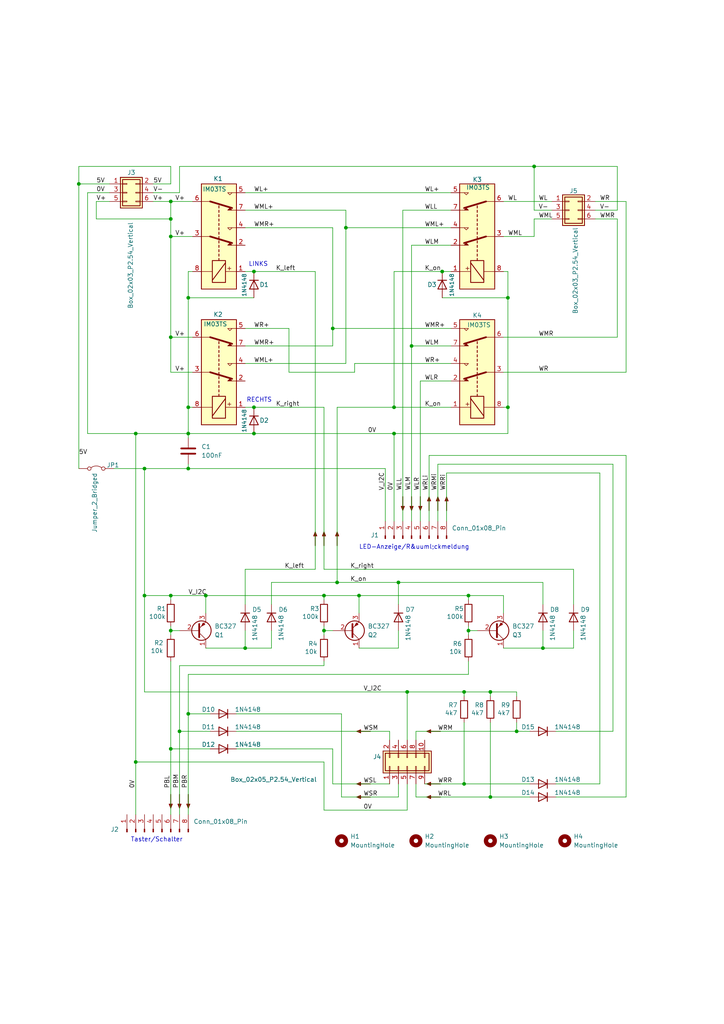
<source format=kicad_sch>
(kicad_sch (version 20231120) (generator "eeschema") (generator_version "8.0")
  (paper "A4" portrait)
  (title_block (date "2024-10-21"))
  (lib_symbols
    (symbol "Connector:Conn_01x08_Pin" (pin_names (offset 1.016) hide)
      (property "Reference" "J" (at 0 10.16 0))
      (property "Value" "Conn_01x08_Pin" (at 0 -12.7 0))
      (symbol "Conn_01x08_Pin_1_1"
        (polyline (pts (xy 1.27 -10.16) (xy 0.8636 -10.16)) (stroke (width 0.1524)))
        (polyline (pts (xy 1.27 -7.62) (xy 0.8636 -7.62)) (stroke (width 0.1524)))
        (polyline (pts (xy 1.27 -5.08) (xy 0.8636 -5.08)) (stroke (width 0.1524)))
        (polyline (pts (xy 1.27 -2.54) (xy 0.8636 -2.54)) (stroke (width 0.1524)))
        (polyline (pts (xy 1.27 0) (xy 0.8636 0)) (stroke (width 0.1524)))
        (polyline (pts (xy 1.27 2.54) (xy 0.8636 2.54)) (stroke (width 0.1524)))
        (polyline (pts (xy 1.27 5.08) (xy 0.8636 5.08)) (stroke (width 0.1524)))
        (polyline (pts (xy 1.27 7.62) (xy 0.8636 7.62)) (stroke (width 0.1524)))
        (rectangle (start 0.8636 -10.033) (end 0 -10.287) (stroke (width 0.1524)) (fill (type outline)))
        (rectangle (start 0.8636 -7.493) (end 0 -7.747) (stroke (width 0.1524)) (fill (type outline)))
        (rectangle (start 0.8636 -4.953) (end 0 -5.207) (stroke (width 0.1524)) (fill (type outline)))
        (rectangle (start 0.8636 -2.413) (end 0 -2.667) (stroke (width 0.1524)) (fill (type outline)))
        (rectangle (start 0.8636 0.127) (end 0 -0.127) (stroke (width 0.1524)) (fill (type outline)))
        (rectangle (start 0.8636 2.667) (end 0 2.413) (stroke (width 0.1524)) (fill (type outline)))
        (rectangle (start 0.8636 5.207) (end 0 4.953) (stroke (width 0.1524)) (fill (type outline)))
        (rectangle (start 0.8636 7.747) (end 0 7.493) (stroke (width 0.1524)) (fill (type outline)))
        (pin passive line (at 5.08 7.62 180) (length 3.81) (name "Pin_1") (number "1"))
        (pin passive line (at 5.08 5.08 180) (length 3.81) (name "Pin_2") (number "2"))
        (pin passive line (at 5.08 2.54 180) (length 3.81) (name "Pin_3") (number "3"))
        (pin passive line (at 5.08 0 180) (length 3.81) (name "Pin_4") (number "4"))
        (pin passive line (at 5.08 -2.54 180) (length 3.81) (name "Pin_5") (number "5"))
        (pin passive line (at 5.08 -5.08 180) (length 3.81) (name "Pin_6") (number "6"))
        (pin passive line (at 5.08 -7.62 180) (length 3.81) (name "Pin_7") (number "7"))
        (pin passive line (at 5.08 -10.16 180) (length 3.81) (name "Pin_8") (number "8"))
      )
    )
    (symbol "Device:C" (pin_numbers hide) (pin_names (offset 0.254))
      (property "Reference" "C" (at 0.635 2.54 0))
      (property "Value" "C" (at 0.635 -2.54 0))
      (symbol "C_0_1"
        (polyline (pts (xy -2.032 -0.762) (xy 2.032 -0.762)) (stroke (width 0.508)))
        (polyline (pts (xy -2.032 0.762) (xy 2.032 0.762)) (stroke (width 0.508)))
      )
      (symbol "C_1_1"
        (pin passive line (at 0 3.81 270) (length 2.794) (name "~") (number "1"))
        (pin passive line (at 0 -3.81 90) (length 2.794) (name "~") (number "2"))
      )
    )
    (symbol "Device:R" (pin_numbers hide) (pin_names (offset 0))
      (property "Reference" "R" (at 2.032 0 90))
      (property "Value" "R" (at 0 0 90))
      (symbol "R_0_1"
        (rectangle (start -1.016 -2.54) (end 1.016 2.54) (stroke (width 0.254)))
      )
      (symbol "R_1_1"
        (pin passive line (at 0 3.81 270) (length 1.27) (name "~") (number "1"))
        (pin passive line (at 0 -3.81 90) (length 1.27) (name "~") (number "2"))
      )
    )
    (symbol "Diode:1N4148" (pin_numbers hide) (pin_names hide)
      (property "Reference" "D" (at 0 2.54 0))
      (property "Value" "1N4148" (at 0 -2.54 0))
      (symbol "1N4148_0_1"
        (polyline (pts (xy -1.27 1.27) (xy -1.27 -1.27)) (stroke (width 0.254)))
        (polyline (pts (xy 1.27 0) (xy -1.27 0)))
        (polyline (pts (xy 1.27 1.27) (xy 1.27 -1.27) (xy -1.27 0) (xy 1.27 1.27)) (stroke (width 0.254)))
      )
      (symbol "1N4148_1_1"
        (pin passive line (at -3.81 0 0) (length 2.54) (name "K") (number "1"))
        (pin passive line (at 3.81 0 180) (length 2.54) (name "A") (number "2"))
      )
    )
    (symbol "Graphic:SYM_Arrow_Small" (in_bom no) (on_board no)
      (symbol "SYM_Arrow_Small_0_1"
        (polyline (pts (xy 1.524 0) (xy -2.032 0)) (stroke (width 0.254)))
        (polyline (pts (xy 2.032 0) (xy 0.762 -0.508) (xy 0.762 0.508) (xy 2.032 0)) (fill (type outline)))
      )
    )
    (symbol "Jumper:Jumper_2_Bridged" (pin_numbers hide) (pin_names (offset 0) hide) (exclude_from_sim yes)
      (property "Reference" "JP" (at 0 1.905 0))
      (property "Value" "Jumper_2_Bridged" (at 0 -2.54 0))
      (symbol "Jumper_2_Bridged_0_0"
        (circle (center -2.032 0) (radius 0.508))
        (circle (center 2.032 0) (radius 0.508))
      )
      (symbol "Jumper_2_Bridged_0_1"
        (arc (start 1.524 0.254) (mid 0 0.762) (end -1.524 0.254))
      )
      (symbol "Jumper_2_Bridged_1_1"
        (pin passive line (at -5.08 0 0) (length 2.54) (name "A") (number "1"))
        (pin passive line (at 5.08 0 180) (length 2.54) (name "B") (number "2"))
      )
    )
    (symbol "Relay:IM03"
      (property "Reference" "K" (at 16.51 3.81 0))
      (property "Value" "IM03" (at 16.51 1.27 0))
      (symbol "IM03_0_0"
        (text "+" (at -9.271 2.921 0) (effects (font (size 1.27 1.27))))
      )
      (symbol "IM03_0_1"
        (rectangle (start -15.24 5.08) (end 15.24 -5.08) (stroke (width 0.254)) (fill (type background)))
        (rectangle (start -13.335 1.905) (end -6.985 -1.905) (stroke (width 0.254)))
        (polyline (pts (xy -12.7 -1.905) (xy -7.62 1.905)) (stroke (width 0.254)))
        (polyline (pts (xy -10.16 -5.08) (xy -10.16 -1.905)))
        (polyline (pts (xy -10.16 5.08) (xy -10.16 1.905)))
        (polyline (pts (xy -6.985 0) (xy -6.35 0)) (stroke (width 0.254)))
        (polyline (pts (xy -5.715 0) (xy -5.08 0)) (stroke (width 0.254)))
        (polyline (pts (xy -4.445 0) (xy -3.81 0)) (stroke (width 0.254)))
        (polyline (pts (xy -3.175 0) (xy -2.54 0)) (stroke (width 0.254)))
        (polyline (pts (xy -1.905 0) (xy -1.27 0)) (stroke (width 0.254)))
        (polyline (pts (xy -0.635 0) (xy 0 0)) (stroke (width 0.254)))
        (polyline (pts (xy 0 -2.54) (xy -1.905 3.81)) (stroke (width 0.508)))
        (polyline (pts (xy 0 -2.54) (xy 0 -5.08)))
        (polyline (pts (xy 0.635 0) (xy 1.27 0)) (stroke (width 0.254)))
        (polyline (pts (xy 1.905 0) (xy 2.54 0)) (stroke (width 0.254)))
        (polyline (pts (xy 3.175 0) (xy 3.81 0)) (stroke (width 0.254)))
        (polyline (pts (xy 4.445 0) (xy 5.08 0)) (stroke (width 0.254)))
        (polyline (pts (xy 5.715 0) (xy 6.35 0)) (stroke (width 0.254)))
        (polyline (pts (xy 6.985 0) (xy 7.62 0)) (stroke (width 0.254)))
        (polyline (pts (xy 8.255 0) (xy 8.89 0)) (stroke (width 0.254)))
        (polyline (pts (xy 10.16 -2.54) (xy 8.255 3.81)) (stroke (width 0.508)))
        (polyline (pts (xy 10.16 -2.54) (xy 10.16 -5.08)))
        (polyline (pts (xy -2.54 5.08) (xy -2.54 2.54) (xy -1.905 3.175) (xy -2.54 3.81)) (fill (type outline)))
        (polyline (pts (xy 2.54 5.08) (xy 2.54 2.54) (xy 1.905 3.175) (xy 2.54 3.81)))
        (polyline (pts (xy 7.62 5.08) (xy 7.62 2.54) (xy 8.255 3.175) (xy 7.62 3.81)) (fill (type outline)))
        (polyline (pts (xy 12.7 5.08) (xy 12.7 2.54) (xy 12.065 3.175) (xy 12.7 3.81)))
      )
      (symbol "IM03_1_1"
        (pin passive line (at -10.16 7.62 270) (length 2.54) (name "~") (number "1"))
        (pin passive line (at -2.54 7.62 270) (length 2.54) (name "~") (number "2"))
        (pin passive line (at 0 -7.62 90) (length 2.54) (name "~") (number "3"))
        (pin passive line (at 2.54 7.62 270) (length 2.54) (name "~") (number "4"))
        (pin passive line (at 12.7 7.62 270) (length 2.54) (name "~") (number "5"))
        (pin passive line (at 10.16 -7.62 90) (length 2.54) (name "~") (number "6"))
        (pin passive line (at 7.62 7.62 270) (length 2.54) (name "~") (number "7"))
        (pin passive line (at -10.16 -7.62 90) (length 2.54) (name "~") (number "8"))
      )
    )
    (symbol "Transistor_BJT:BC327" (pin_names (offset 0) hide)
      (property "Reference" "Q" (at 5.08 1.905 0))
      (property "Value" "BC327" (at 5.08 0 0))
      (symbol "BC327_0_1"
        (polyline (pts (xy 0.635 0.635) (xy 2.54 2.54)))
        (polyline (pts (xy 0.635 -0.635) (xy 2.54 -2.54) (xy 2.54 -2.54)))
        (polyline (pts (xy 0.635 1.905) (xy 0.635 -1.905) (xy 0.635 -1.905)) (stroke (width 0.508)))
        (polyline (pts (xy 2.286 -1.778) (xy 1.778 -2.286) (xy 1.27 -1.27) (xy 2.286 -1.778) (xy 2.286 -1.778)) (fill (type outline)))
        (circle (center 1.27 0) (radius 2.8194) (stroke (width 0.254)))
      )
      (symbol "BC327_1_1"
        (pin passive line (at 2.54 5.08 270) (length 2.54) (name "C") (number "1"))
        (pin input line (at -5.08 0 0) (length 5.715) (name "B") (number "2"))
        (pin passive line (at 2.54 -5.08 90) (length 2.54) (name "E") (number "3"))
      )
    )
    (symbol "_kh_library:Box_02x03_P2.54_Vertical" (pin_names (offset 1.016) hide)
      (property "Reference" "J" (at 1.27 5.588 0))
      (property "Value" "Box_02x03_P2.54_Vertical" (at 1.27 -6.35 0))
      (symbol "Box_02x03_P2.54_Vertical_1_1"
        (rectangle (start -1.905 4.445) (end 4.445 -4.445) (stroke (width 0.254)) (fill (type background)))
        (rectangle (start -1.27 -2.413) (end 0 -2.667) (stroke (width 0.1524)))
        (rectangle (start -1.27 0.127) (end 0 -0.127) (stroke (width 0.1524)))
        (rectangle (start -1.27 2.667) (end 0 2.413) (stroke (width 0.1524)))
        (rectangle (start -1.27 3.81) (end 3.81 -3.81) (stroke (width 0.254)) (fill (type background)))
        (rectangle (start 3.81 -2.413) (end 2.54 -2.667) (stroke (width 0.1524)))
        (rectangle (start 3.81 0.127) (end 2.54 -0.127) (stroke (width 0.1524)))
        (rectangle (start 3.81 2.667) (end 2.54 2.413) (stroke (width 0.1524)))
        (pin passive line (at -5.08 2.54 0) (length 3.81) (name "Pin_1") (number "1"))
        (pin passive line (at 7.62 2.54 180) (length 3.81) (name "Pin_2") (number "2"))
        (pin passive line (at -5.08 0 0) (length 3.81) (name "Pin_3") (number "3"))
        (pin passive line (at 7.62 0 180) (length 3.81) (name "Pin_4") (number "4"))
        (pin passive line (at -5.08 -2.54 0) (length 3.81) (name "Pin_5") (number "5"))
        (pin passive line (at 7.62 -2.54 180) (length 3.81) (name "Pin_6") (number "6"))
      )
    )
    (symbol "_kh_library:Box_02x05_P2.54_Vertical" (pin_names (offset 1.016) hide)
      (property "Reference" "J" (at 1.27 5.588 0))
      (property "Value" "Box_02x05_P2.54_Vertical" (at 1.27 -11.176 0))
      (symbol "Box_02x05_P2.54_Vertical_1_1"
        (rectangle (start -1.905 4.445) (end 4.445 -9.525) (stroke (width 0.254)) (fill (type background)))
        (rectangle (start -1.27 -7.493) (end 0 -7.747) (stroke (width 0.1524)))
        (rectangle (start -1.27 -4.953) (end 0 -5.207) (stroke (width 0.1524)))
        (rectangle (start -1.27 -2.413) (end 0 -2.667) (stroke (width 0.1524)))
        (rectangle (start -1.27 0.127) (end 0 -0.127) (stroke (width 0.1524)))
        (rectangle (start -1.27 2.667) (end 0 2.413) (stroke (width 0.1524)))
        (rectangle (start -1.27 3.81) (end 3.81 -8.89) (stroke (width 0.254)) (fill (type background)))
        (rectangle (start 2.54 -7.493) (end 3.81 -7.747) (stroke (width 0.1524)))
        (rectangle (start 2.54 -4.953) (end 3.81 -5.207) (stroke (width 0.1524)))
        (rectangle (start 2.54 -2.413) (end 3.81 -2.667) (stroke (width 0.1524)))
        (rectangle (start 3.81 0.127) (end 2.54 -0.127) (stroke (width 0.1524)))
        (rectangle (start 3.81 2.667) (end 2.54 2.413) (stroke (width 0.1524)))
        (pin passive line (at -5.08 2.54 0) (length 3.81) (name "Pin_1") (number "1"))
        (pin passive line (at 7.62 -7.62 180) (length 3.81) (name "Pin_10") (number "10"))
        (pin passive line (at 7.62 2.54 180) (length 3.81) (name "Pin_2") (number "2"))
        (pin passive line (at -5.08 0 0) (length 3.81) (name "Pin_3") (number "3"))
        (pin passive line (at 7.62 0 180) (length 3.81) (name "Pin_4") (number "4"))
        (pin passive line (at -5.08 -2.54 0) (length 3.81) (name "Pin_5") (number "5"))
        (pin passive line (at 7.62 -2.54 180) (length 3.81) (name "Pin_6") (number "6"))
        (pin passive line (at -5.08 -5.08 0) (length 3.81) (name "Pin_7") (number "7"))
        (pin passive line (at 7.62 -5.08 180) (length 3.81) (name "Pin_8") (number "8"))
        (pin passive line (at -5.08 -7.62 0) (length 3.81) (name "Pin_9") (number "9"))
      )
    )
    (symbol "_kh_library:MountingHole" (pin_names (offset 1.016)) (exclude_from_sim yes) (in_bom no)
      (property "Reference" "H" (at 0 5.08 0))
      (property "Value" "MountingHole" (at 0 3.175 0))
      (symbol "MountingHole_0_1"
        (circle (center 0 0) (radius 1.27) (stroke (width 1.27)))
      )
    )
  )
  (junction (at 142.24 200.66))
  (junction (at 157.48 187.96))
  (junction (at 49.53 182.88))
  (junction (at 52.07 212.09))
  (junction (at 114.3 118.11))
  (junction (at 96.52 95.25))
  (junction (at 128.27 78.74))
  (junction (at 73.66 78.74))
  (junction (at 49.53 172.72))
  (junction (at 100.33 66.04))
  (junction (at 93.98 182.88))
  (junction (at 39.37 125.73))
  (junction (at 49.53 63.5))
  (junction (at 97.79 168.91))
  (junction (at 54.61 86.36))
  (junction (at 49.53 217.17))
  (junction (at 134.62 200.66))
  (junction (at 142.24 231.14))
  (junction (at 71.12 187.96))
  (junction (at 115.57 168.91))
  (junction (at 147.32 86.36))
  (junction (at 54.61 135.89))
  (junction (at 118.11 200.66))
  (junction (at 149.86 212.09))
  (junction (at 147.32 118.11))
  (junction (at 39.37 220.98))
  (junction (at 114.3 125.73))
  (junction (at 59.69 172.72))
  (junction (at 93.98 172.72))
  (junction (at 154.94 48.26))
  (junction (at 49.53 97.79))
  (junction (at 135.89 172.72))
  (junction (at 119.38 100.33))
  (junction (at 49.53 68.58))
  (junction (at 134.62 227.33))
  (junction (at 73.66 118.11))
  (junction (at 135.89 182.88))
  (junction (at 104.14 172.72))
  (junction (at 49.53 58.42))
  (junction (at 54.61 125.73))
  (junction (at 54.61 118.11))
  (junction (at 41.91 135.89))
  (junction (at 54.61 207.01))
  (junction (at 22.86 53.34))
  (junction (at 41.91 172.72))
  (junction (at 73.66 125.73))
  (wire (pts (xy 161.29 231.14) (xy 181.61 231.14)))
  (wire (pts (xy 54.61 78.74) (xy 55.88 78.74)))
  (wire (pts (xy 71.12 55.88) (xy 130.81 55.88)))
  (wire (pts (xy 71.12 175.26) (xy 71.12 165.1)))
  (wire (pts (xy 91.44 78.74) (xy 73.66 78.74)))
  (wire (pts (xy 100.33 66.04) (xy 130.81 66.04)))
  (wire (pts (xy 44.45 58.42) (xy 49.53 58.42)))
  (wire (pts (xy 104.14 187.96) (xy 115.57 187.96)))
  (wire (pts (xy 104.14 172.72) (xy 104.14 177.8)))
  (wire (pts (xy 54.61 207.01) (xy 60.96 207.01)))
  (wire (pts (xy 25.4 55.88) (xy 25.4 125.73)))
  (wire (pts (xy 71.12 100.33) (xy 96.52 100.33)))
  (wire (pts (xy 149.86 200.66) (xy 142.24 200.66)))
  (wire (pts (xy 115.57 231.14) (xy 99.06 231.14)))
  (wire (pts (xy 127 134.62) (xy 177.8 134.62)))
  (wire (pts (xy 102.87 107.95) (xy 102.87 105.41)))
  (wire (pts (xy 154.94 60.96) (xy 160.02 60.96)))
  (wire (pts (xy 78.74 168.91) (xy 97.79 168.91)))
  (wire (pts (xy 149.86 212.09) (xy 153.67 212.09)))
  (wire (pts (xy 41.91 172.72) (xy 49.53 172.72)))
  (wire (pts (xy 135.89 181.61) (xy 135.89 182.88)))
  (wire (pts (xy 120.65 231.14) (xy 120.65 227.33)))
  (wire (pts (xy 129.54 137.16) (xy 129.54 151.13)))
  (wire (pts (xy 123.19 227.33) (xy 134.62 227.33)))
  (wire (pts (xy 119.38 71.12) (xy 119.38 100.33)))
  (wire (pts (xy 83.82 107.95) (xy 102.87 107.95)))
  (wire (pts (xy 52.07 212.09) (xy 52.07 236.22)))
  (wire (pts (xy 49.53 63.5) (xy 49.53 68.58)))
  (wire (pts (xy 115.57 227.33) (xy 115.57 231.14)))
  (wire (pts (xy 99.06 231.14) (xy 99.06 207.01)))
  (wire (pts (xy 120.65 212.09) (xy 149.86 212.09)))
  (wire (pts (xy 39.37 236.22) (xy 39.37 220.98)))
  (wire (pts (xy 68.58 217.17) (xy 96.52 217.17)))
  (wire (pts (xy 71.12 182.88) (xy 71.12 187.96)))
  (wire (pts (xy 59.69 187.96) (xy 71.12 187.96)))
  (wire (pts (xy 49.53 97.79) (xy 49.53 107.95)))
  (wire (pts (xy 118.11 234.95) (xy 118.11 227.33)))
  (wire (pts (xy 25.4 55.88) (xy 31.75 55.88)))
  (wire (pts (xy 96.52 95.25) (xy 130.81 95.25)))
  (wire (pts (xy 49.53 48.26) (xy 22.86 48.26)))
  (wire (pts (xy 27.94 58.42) (xy 27.94 63.5)))
  (wire (pts (xy 173.99 137.16) (xy 173.99 227.33)))
  (wire (pts (xy 22.86 53.34) (xy 22.86 135.89)))
  (wire (pts (xy 71.12 60.96) (xy 100.33 60.96)))
  (wire (pts (xy 59.69 172.72) (xy 59.69 177.8)))
  (wire (pts (xy 68.58 212.09) (xy 113.03 212.09)))
  (wire (pts (xy 93.98 234.95) (xy 118.11 234.95)))
  (wire (pts (xy 49.53 107.95) (xy 55.88 107.95)))
  (wire (pts (xy 128.27 86.36) (xy 147.32 86.36)))
  (wire (pts (xy 115.57 182.88) (xy 115.57 187.96)))
  (wire (pts (xy 135.89 191.77) (xy 135.89 195.58)))
  (wire (pts (xy 49.53 58.42) (xy 55.88 58.42)))
  (wire (pts (xy 157.48 168.91) (xy 115.57 168.91)))
  (wire (pts (xy 100.33 105.41) (xy 71.12 105.41)))
  (wire (pts (xy 39.37 125.73) (xy 39.37 220.98)))
  (wire (pts (xy 52.07 212.09) (xy 60.96 212.09)))
  (wire (pts (xy 71.12 95.25) (xy 83.82 95.25)))
  (wire (pts (xy 116.84 60.96) (xy 116.84 151.13)))
  (wire (pts (xy 124.46 132.08) (xy 124.46 151.13)))
  (wire (pts (xy 27.94 63.5) (xy 49.53 63.5)))
  (wire (pts (xy 52.07 193.04) (xy 93.98 193.04)))
  (wire (pts (xy 100.33 66.04) (xy 100.33 105.41)))
  (wire (pts (xy 71.12 66.04) (xy 96.52 66.04)))
  (wire (pts (xy 181.61 132.08) (xy 181.61 231.14)))
  (wire (pts (xy 179.07 48.26) (xy 179.07 60.96)))
  (wire (pts (xy 146.05 107.95) (xy 181.61 107.95)))
  (wire (pts (xy 93.98 182.88) (xy 93.98 184.15)))
  (wire (pts (xy 172.72 60.96) (xy 179.07 60.96)))
  (wire (pts (xy 60.96 217.17) (xy 49.53 217.17)))
  (wire (pts (xy 142.24 200.66) (xy 134.62 200.66)))
  (wire (pts (xy 27.94 58.42) (xy 31.75 58.42)))
  (wire (pts (xy 41.91 135.89) (xy 54.61 135.89)))
  (wire (pts (xy 54.61 86.36) (xy 54.61 118.11)))
  (wire (pts (xy 166.37 187.96) (xy 166.37 182.88)))
  (wire (pts (xy 93.98 165.1) (xy 166.37 165.1)))
  (wire (pts (xy 135.89 182.88) (xy 138.43 182.88)))
  (wire (pts (xy 73.66 86.36) (xy 54.61 86.36)))
  (wire (pts (xy 118.11 200.66) (xy 118.11 214.63)))
  (wire (pts (xy 93.98 220.98) (xy 93.98 234.95)))
  (wire (pts (xy 119.38 71.12) (xy 130.81 71.12)))
  (wire (pts (xy 93.98 172.72) (xy 104.14 172.72)))
  (wire (pts (xy 135.89 182.88) (xy 135.89 184.15)))
  (wire (pts (xy 96.52 66.04) (xy 96.52 95.25)))
  (wire (pts (xy 157.48 187.96) (xy 166.37 187.96)))
  (wire (pts (xy 93.98 182.88) (xy 96.52 182.88)))
  (wire (pts (xy 49.53 172.72) (xy 49.53 173.99)))
  (wire (pts (xy 96.52 227.33) (xy 113.03 227.33)))
  (wire (pts (xy 157.48 175.26) (xy 157.48 168.91)))
  (wire (pts (xy 54.61 127) (xy 54.61 125.73)))
  (wire (pts (xy 93.98 181.61) (xy 93.98 182.88)))
  (wire (pts (xy 41.91 200.66) (xy 118.11 200.66)))
  (wire (pts (xy 154.94 48.26) (xy 179.07 48.26)))
  (wire (pts (xy 128.27 78.74) (xy 114.3 78.74)))
  (wire (pts (xy 97.79 118.11) (xy 114.3 118.11)))
  (wire (pts (xy 73.66 118.11) (xy 93.98 118.11)))
  (wire (pts (xy 166.37 175.26) (xy 166.37 165.1)))
  (wire (pts (xy 146.05 172.72) (xy 146.05 177.8)))
  (wire (pts (xy 146.05 97.79) (xy 179.07 97.79)))
  (wire (pts (xy 111.76 135.89) (xy 111.76 151.13)))
  (wire (pts (xy 97.79 118.11) (xy 97.79 168.91)))
  (wire (pts (xy 114.3 78.74) (xy 114.3 118.11)))
  (wire (pts (xy 44.45 55.88) (xy 52.07 55.88)))
  (wire (pts (xy 147.32 78.74) (xy 146.05 78.74)))
  (wire (pts (xy 39.37 220.98) (xy 93.98 220.98)))
  (wire (pts (xy 49.53 191.77) (xy 49.53 217.17)))
  (wire (pts (xy 154.94 48.26) (xy 154.94 60.96)))
  (wire (pts (xy 161.29 212.09) (xy 177.8 212.09)))
  (wire (pts (xy 177.8 134.62) (xy 177.8 212.09)))
  (wire (pts (xy 71.12 165.1) (xy 91.44 165.1)))
  (wire (pts (xy 54.61 125.73) (xy 73.66 125.73)))
  (wire (pts (xy 54.61 195.58) (xy 54.61 207.01)))
  (wire (pts (xy 96.52 100.33) (xy 96.52 95.25)))
  (wire (pts (xy 157.48 182.88) (xy 157.48 187.96)))
  (wire (pts (xy 135.89 172.72) (xy 104.14 172.72)))
  (wire (pts (xy 73.66 125.73) (xy 114.3 125.73)))
  (wire (pts (xy 179.07 63.5) (xy 179.07 97.79)))
  (wire (pts (xy 161.29 227.33) (xy 173.99 227.33)))
  (wire (pts (xy 142.24 231.14) (xy 153.67 231.14)))
  (wire (pts (xy 119.38 100.33) (xy 130.81 100.33)))
  (wire (pts (xy 49.53 97.79) (xy 55.88 97.79)))
  (wire (pts (xy 54.61 118.11) (xy 55.88 118.11)))
  (wire (pts (xy 129.54 137.16) (xy 173.99 137.16)))
  (wire (pts (xy 116.84 60.96) (xy 130.81 60.96)))
  (wire (pts (xy 54.61 135.89) (xy 111.76 135.89)))
  (wire (pts (xy 124.46 132.08) (xy 181.61 132.08)))
  (wire (pts (xy 149.86 209.55) (xy 149.86 212.09)))
  (wire (pts (xy 135.89 172.72) (xy 146.05 172.72)))
  (wire (pts (xy 68.58 207.01) (xy 99.06 207.01)))
  (wire (pts (xy 93.98 118.11) (xy 93.98 165.1)))
  (wire (pts (xy 93.98 172.72) (xy 59.69 172.72)))
  (wire (pts (xy 93.98 172.72) (xy 93.98 173.99)))
  (wire (pts (xy 49.53 58.42) (xy 49.53 63.5)))
  (wire (pts (xy 160.02 63.5) (xy 154.94 63.5)))
  (wire (pts (xy 78.74 175.26) (xy 78.74 168.91)))
  (wire (pts (xy 142.24 209.55) (xy 142.24 231.14)))
  (wire (pts (xy 49.53 181.61) (xy 49.53 182.88)))
  (wire (pts (xy 71.12 187.96) (xy 78.74 187.96)))
  (wire (pts (xy 147.32 118.11) (xy 146.05 118.11)))
  (wire (pts (xy 130.81 110.49) (xy 121.92 110.49)))
  (wire (pts (xy 172.72 63.5) (xy 179.07 63.5)))
  (wire (pts (xy 120.65 212.09) (xy 120.65 214.63)))
  (wire (pts (xy 120.65 231.14) (xy 142.24 231.14)))
  (wire (pts (xy 114.3 125.73) (xy 147.32 125.73)))
  (wire (pts (xy 52.07 193.04) (xy 52.07 212.09)))
  (wire (pts (xy 134.62 227.33) (xy 153.67 227.33)))
  (wire (pts (xy 49.53 182.88) (xy 52.07 182.88)))
  (wire (pts (xy 49.53 68.58) (xy 55.88 68.58)))
  (wire (pts (xy 73.66 118.11) (xy 71.12 118.11)))
  (wire (pts (xy 114.3 118.11) (xy 130.81 118.11)))
  (wire (pts (xy 100.33 60.96) (xy 100.33 66.04)))
  (wire (pts (xy 52.07 48.26) (xy 52.07 55.88)))
  (wire (pts (xy 54.61 125.73) (xy 54.61 118.11)))
  (wire (pts (xy 96.52 217.17) (xy 96.52 227.33)))
  (wire (pts (xy 113.03 212.09) (xy 113.03 214.63)))
  (wire (pts (xy 22.86 53.34) (xy 31.75 53.34)))
  (wire (pts (xy 146.05 68.58) (xy 154.94 68.58)))
  (wire (pts (xy 128.27 78.74) (xy 130.81 78.74)))
  (wire (pts (xy 78.74 187.96) (xy 78.74 182.88)))
  (wire (pts (xy 49.53 53.34) (xy 49.53 48.26)))
  (wire (pts (xy 22.86 48.26) (xy 22.86 53.34)))
  (wire (pts (xy 127 134.62) (xy 127 151.13)))
  (wire (pts (xy 49.53 182.88) (xy 49.53 184.15)))
  (wire (pts (xy 135.89 172.72) (xy 135.89 173.99)))
  (wire (pts (xy 134.62 209.55) (xy 134.62 227.33)))
  (wire (pts (xy 39.37 125.73) (xy 54.61 125.73)))
  (wire (pts (xy 25.4 125.73) (xy 39.37 125.73)))
  (wire (pts (xy 181.61 58.42) (xy 181.61 107.95)))
  (wire (pts (xy 172.72 58.42) (xy 181.61 58.42)))
  (wire (pts (xy 73.66 78.74) (xy 71.12 78.74)))
  (wire (pts (xy 102.87 105.41) (xy 130.81 105.41)))
  (wire (pts (xy 54.61 207.01) (xy 54.61 236.22)))
  (wire (pts (xy 49.53 217.17) (xy 49.53 236.22)))
  (wire (pts (xy 41.91 172.72) (xy 41.91 200.66)))
  (wire (pts (xy 114.3 125.73) (xy 114.3 151.13)))
  (wire (pts (xy 93.98 193.04) (xy 93.98 191.77)))
  (wire (pts (xy 146.05 58.42) (xy 160.02 58.42)))
  (wire (pts (xy 147.32 86.36) (xy 147.32 78.74)))
  (wire (pts (xy 44.45 53.34) (xy 49.53 53.34)))
  (wire (pts (xy 134.62 200.66) (xy 134.62 201.93)))
  (wire (pts (xy 149.86 201.93) (xy 149.86 200.66)))
  (wire (pts (xy 154.94 48.26) (xy 52.07 48.26)))
  (wire (pts (xy 121.92 110.49) (xy 121.92 151.13)))
  (wire (pts (xy 97.79 168.91) (xy 115.57 168.91)))
  (wire (pts (xy 142.24 200.66) (xy 142.24 201.93)))
  (wire (pts (xy 83.82 95.25) (xy 83.82 107.95)))
  (wire (pts (xy 147.32 86.36) (xy 147.32 118.11)))
  (wire (pts (xy 41.91 135.89) (xy 41.91 172.72)))
  (wire (pts (xy 135.89 195.58) (xy 54.61 195.58)))
  (wire (pts (xy 33.02 135.89) (xy 41.91 135.89)))
  (wire (pts (xy 115.57 168.91) (xy 115.57 175.26)))
  (wire (pts (xy 154.94 63.5) (xy 154.94 68.58)))
  (wire (pts (xy 119.38 100.33) (xy 119.38 151.13)))
  (wire (pts (xy 91.44 78.74) (xy 91.44 165.1)))
  (wire (pts (xy 49.53 68.58) (xy 49.53 97.79)))
  (wire (pts (xy 118.11 200.66) (xy 134.62 200.66)))
  (wire (pts (xy 54.61 86.36) (xy 54.61 78.74)))
  (wire (pts (xy 54.61 134.62) (xy 54.61 135.89)))
  (wire (pts (xy 49.53 172.72) (xy 59.69 172.72)))
  (wire (pts (xy 146.05 187.96) (xy 157.48 187.96)))
  (wire (pts (xy 147.32 125.73) (xy 147.32 118.11)))
  (text "LINKS" (at 74.93 76.708 0) (effects (font (size 1.27 1.27))))
  (text "RECHTS" (at 75.184 116.078 0) (effects (font (size 1.27 1.27))))
  (text "Taster/Schalter" (at 45.466 243.586 0) (effects (font (size 1.27 1.27))))
  (text "LED-Anzeige/R&uuml;ckmeldung" (at 120.142 158.75 0) (effects (font (size 1.27 1.27))))
  (label "WLL" (at 123.19 60.96 0))
  (label "0V" (at 27.94 55.88 0))
  (label "WMR+" (at 73.66 66.04 0))
  (label "V+" (at 50.8 68.58 0))
  (label "WRL" (at 127 231.14 0))
  (label "K_on" (at 123.19 118.11 0))
  (label "V_I2C" (at 111.76 142.24 90))
  (label "PBL" (at 49.53 228.6 90))
  (label "0V" (at 39.37 228.6 90))
  (label "WLR" (at 123.19 110.49 0))
  (label "PBM" (at 52.07 228.6 90))
  (label "WMR" (at 173.99 63.5 0))
  (label "0V" (at 114.3 142.24 90))
  (label "WR" (at 173.99 58.42 0))
  (label "WMR+" (at 73.66 100.33 0))
  (label "K_right" (at 101.6 165.1 0))
  (label "WML" (at 156.21 63.5 0))
  (label "V+" (at 50.8 97.79 0))
  (label "WRM" (at 127 212.09 0))
  (label "V+" (at 50.8 58.42 0))
  (label "WML" (at 147.32 68.58 0))
  (label "WLL" (at 116.84 142.24 90))
  (label "5V" (at 22.86 132.08 0))
  (label "WSM" (at 105.41 212.09 0))
  (label "0V" (at 105.41 234.95 0))
  (label "K_on" (at 123.19 78.74 0))
  (label "WL" (at 147.32 58.42 0))
  (label "5V" (at 27.94 53.34 0))
  (label "V-" (at 173.99 60.96 0))
  (label "WL+" (at 123.19 55.88 0))
  (label "V_I2C" (at 105.41 200.66 0))
  (label "K_left" (at 82.55 165.1 0))
  (label "WML+" (at 123.19 66.04 0))
  (label "WL+" (at 73.66 55.88 0))
  (label "K_left" (at 80.01 78.74 0))
  (label "WL" (at 156.21 58.42 0))
  (label "V-" (at 156.21 60.96 0))
  (label "WLR" (at 121.92 142.24 90))
  (label "WSL" (at 105.41 227.33 0))
  (label "K_right" (at 80.01 118.11 0))
  (label "WR+" (at 73.66 95.25 0))
  (label "V+" (at 44.45 58.42 0))
  (label "0V" (at 106.68 125.73 0))
  (label "WR" (at 156.21 107.95 0))
  (label "WSR" (at 105.41 231.14 0))
  (label "5V" (at 44.45 53.34 0))
  (label "WMR" (at 156.21 97.79 0))
  (label "PBR" (at 54.61 228.6 90))
  (label "WML+" (at 73.66 105.41 0))
  (label "WRMi" (at 127 142.24 90))
  (label "V_I2C" (at 54.61 172.72 0))
  (label "V-" (at 44.45 55.88 0))
  (label "WMR+" (at 123.19 95.25 0))
  (label "WRR" (at 127 227.33 0))
  (label "WR+" (at 123.19 105.41 0))
  (label "WLM" (at 123.19 100.33 0))
  (label "WRLi" (at 124.46 142.24 90))
  (label "WRRi" (at 129.54 142.24 90))
  (label "V+" (at 27.94 58.42 0))
  (label "K_on" (at 101.6 168.91 0))
  (label "WML+" (at 73.66 60.96 0))
  (label "WLM" (at 119.38 142.24 90))
  (label "WLM" (at 123.19 71.12 0))
  (label "V+" (at 50.8 107.95 0))
  (symbol (lib_id "Device:C") (at 54.61 130.81 0) (unit 1)
    (property "Reference" "C1" (at 58.42 129.5399 0) (effects (justify left)))
    (property "Value" "100nF" (at 58.42 132.0799 0) (effects (justify left)))
    (property "Footprint" "_kh_library:C_Rect_L7.0mm_W2.0mm_P5.00mm_kh" (effects (hide yes)))
    (property "Description" "Unpolarized capacitor" (effects (hide yes)))
  )
  (symbol (lib_id "_kh_library:MountingHole") (at 142.24 243.84 0) (unit 1) (exclude_from_sim yes) (in_bom no)
    (property "Reference" "H3" (at 144.78 242.5699 0) (effects (justify left)))
    (property "Value" "MountingHole" (at 144.78 245.1099 0) (effects (justify left)))
    (property "Footprint" "_kh_library:MountingHole_2.2mm_M2_Pad_TopBottom_kh" (effects (hide yes)))
    (property "Description" "Mounting Hole without connection" (effects (hide yes)))
  )
  (symbol (lib_id "Device:R") (at 135.89 177.8 0) (unit 1)
    (property "Reference" "R5" (at 131.826 176.53 0) (effects (justify left)))
    (property "Value" "100k" (at 129.54 178.816 0) (effects (justify left)))
    (property "Footprint" "Resistor_THT:R_Axial_DIN0204_L3.6mm_D1.6mm_P2.54mm_Vertical" (effects (hide yes)))
  )
  (symbol (lib_id "Graphic:SYM_Arrow_Small") (at 52.07 232.41 270) (unit 1) (exclude_from_sim yes) (in_bom no) (on_board no)
    (property "Reference" "#SYM14" (effects (hide yes)))
    (property "Value" "SYM_Arrow_Small" (effects (hide yes)))
    (property "Description" "Filled arrow, 160mil" (effects (hide yes)))
  )
  (symbol (lib_id "Graphic:SYM_Arrow_Small") (at 49.53 232.41 270) (unit 1) (exclude_from_sim yes) (in_bom no) (on_board no)
    (property "Reference" "#SYM13" (effects (hide yes)))
    (property "Value" "SYM_Arrow_Small" (effects (hide yes)))
    (property "Description" "Filled arrow, 160mil" (effects (hide yes)))
  )
  (symbol (lib_id "Diode:1N4148") (at 78.74 179.07 270) (unit 1)
    (property "Reference" "D6" (at 80.772 176.784 90) (effects (justify left)))
    (property "Value" "1N4148" (at 81.534 178.308 0) (effects (justify left)))
    (property "Footprint" "_kh_library:D_DO-35_SOD27_P2.54mm_Vertical_AnodeUp_kh" (effects (hide yes)))
    (property "Datasheet" "https://assets.nexperia.com/documents/data-sheet/1N4148_1N4448.pdf" (effects (hide yes)))
    (property "Description" "100V 0.15A standard switching diode, DO-35" (effects (hide yes)))
    (property "Sim.Device" "D" (effects (hide yes)))
    (property "Sim.Pins" "1=K 2=A" (effects (hide yes)))
  )
  (symbol (lib_id "Diode:1N4148") (at 71.12 179.07 270) (unit 1)
    (property "Reference" "D5" (at 73.152 176.784 90) (effects (justify left)))
    (property "Value" "1N4148" (at 73.914 178.308 0) (effects (justify left)))
    (property "Footprint" "_kh_library:D_DO-35_SOD27_P2.54mm_Vertical_AnodeUp_kh" (effects (hide yes)))
    (property "Datasheet" "https://assets.nexperia.com/documents/data-sheet/1N4148_1N4448.pdf" (effects (hide yes)))
    (property "Description" "100V 0.15A standard switching diode, DO-35" (effects (hide yes)))
    (property "Sim.Device" "D" (effects (hide yes)))
    (property "Sim.Pins" "1=K 2=A" (effects (hide yes)))
  )
  (symbol (lib_id "Transistor_BJT:BC327") (at 101.6 182.88 0) (mirror x) (unit 1)
    (property "Reference" "Q2" (at 106.68 184.1501 0) (effects (justify left)))
    (property "Value" "BC327" (at 106.68 181.6101 0) (effects (justify left)))
    (property "Footprint" "_kh_library:TO-92_Inline_Wide_custom" (effects (hide yes)))
    (property "Datasheet" "http://www.onsemi.com/pub_link/Collateral/BC327-D.PDF" (effects (hide yes)))
    (property "Description" "0.8A Ic, 45V Vce, PNP Transistor, TO-92" (effects (hide yes)))
  )
  (symbol (lib_id "_kh_library:Box_02x03_P2.54_Vertical") (at 165.1 60.96 0) (unit 1)
    (property "Reference" "J5" (at 166.37 55.372 0))
    (property "Value" "Box_02x03_P2.54_Vertical" (at 166.878 78.486 90))
    (property "Footprint" "_kh_library:Box_02x03_P2.54mm_Vertical_kh" (effects (hide yes)))
    (property "Description" "Box Header connector, double row, 02x03, odd/even pin numbering scheme" (effects (hide yes)))
  )
  (symbol (lib_id "Connector:Conn_01x08_Pin") (at 119.38 156.21 90) (unit 1)
    (property "Reference" "J1" (at 108.712 155.194 90))
    (property "Value" "Conn_01x08_Pin" (at 138.938 153.162 90))
    (property "Footprint" "_kh_library:PinHeader_1x08_P2.54mm_Vertical_kh" (effects (hide yes)))
    (property "Description" "Generic connector, single row, 01x08, script generated" (effects (hide yes)))
  )
  (symbol (lib_id "Graphic:SYM_Arrow_Small") (at 124.46 146.05 90) (unit 1) (exclude_from_sim yes) (in_bom no) (on_board no)
    (property "Reference" "#SYM4" (effects (hide yes)))
    (property "Value" "SYM_Arrow_Small" (effects (hide yes)))
    (property "Description" "Filled arrow, 160mil" (effects (hide yes)))
  )
  (symbol (lib_id "Transistor_BJT:BC327") (at 57.15 182.88 0) (mirror x) (unit 1)
    (property "Reference" "Q1" (at 62.23 184.1501 0) (effects (justify left)))
    (property "Value" "BC327" (at 62.23 181.6101 0) (effects (justify left)))
    (property "Footprint" "_kh_library:TO-92_Inline_Wide_custom" (effects (hide yes)))
    (property "Datasheet" "http://www.onsemi.com/pub_link/Collateral/BC327-D.PDF" (effects (hide yes)))
    (property "Description" "0.8A Ic, 45V Vce, PNP Transistor, TO-92" (effects (hide yes)))
  )
  (symbol (lib_id "Graphic:SYM_Arrow_Small") (at 119.38 146.05 270) (unit 1) (exclude_from_sim yes) (in_bom no) (on_board no)
    (property "Reference" "#SYM2" (effects (hide yes)))
    (property "Value" "SYM_Arrow_Small" (effects (hide yes)))
    (property "Description" "Filled arrow, 160mil" (effects (hide yes)))
  )
  (symbol (lib_id "Device:R") (at 142.24 205.74 0) (unit 1)
    (property "Reference" "R8" (at 137.668 204.47 0) (effects (justify left)))
    (property "Value" "4k7" (at 136.652 206.756 0) (effects (justify left)))
    (property "Footprint" "_kh_library:R_Axial_P1.778mm_Vertical_kh" (effects (hide yes)))
  )
  (symbol (lib_id "Diode:1N4148") (at 157.48 227.33 180) (unit 1)
    (property "Reference" "D13" (at 153.162 226.06 0))
    (property "Value" "1N4148" (at 164.592 226.06 0))
    (property "Footprint" "_kh_library:D_DO-35_P2.0mm_Vertical_AnodeUp_kh" (effects (hide yes)))
    (property "Datasheet" "https://assets.nexperia.com/documents/data-sheet/1N4148_1N4448.pdf" (effects (hide yes)))
    (property "Description" "100V 0.15A standard switching diode, DO-35" (effects (hide yes)))
    (property "Sim.Device" "D" (effects (hide yes)))
    (property "Sim.Pins" "1=K 2=A" (effects (hide yes)))
  )
  (symbol (lib_id "Graphic:SYM_Arrow_Small") (at 129.54 146.05 90) (unit 1) (exclude_from_sim yes) (in_bom no) (on_board no)
    (property "Reference" "#SYM6" (effects (hide yes)))
    (property "Value" "SYM_Arrow_Small" (effects (hide yes)))
    (property "Description" "Filled arrow, 160mil" (effects (hide yes)))
  )
  (symbol (lib_id "Diode:1N4148") (at 64.77 212.09 180) (unit 1)
    (property "Reference" "D11" (at 60.452 210.82 0))
    (property "Value" "1N4148" (at 71.882 210.82 0))
    (property "Footprint" "_kh_library:D_DO-35_P2.0mm_Vertical_AnodeUp_kh" (effects (hide yes)))
    (property "Datasheet" "https://assets.nexperia.com/documents/data-sheet/1N4148_1N4448.pdf" (effects (hide yes)))
    (property "Description" "100V 0.15A standard switching diode, DO-35" (effects (hide yes)))
    (property "Sim.Device" "D" (effects (hide yes)))
    (property "Sim.Pins" "1=K 2=A" (effects (hide yes)))
  )
  (symbol (lib_id "Device:R") (at 93.98 177.8 0) (unit 1)
    (property "Reference" "R3" (at 89.916 176.53 0) (effects (justify left)))
    (property "Value" "100k" (at 87.63 178.816 0) (effects (justify left)))
    (property "Footprint" "Resistor_THT:R_Axial_DIN0204_L3.6mm_D1.6mm_P2.54mm_Vertical" (effects (hide yes)))
  )
  (symbol (lib_id "Jumper:Jumper_2_Bridged") (at 27.94 135.89 0) (unit 1) (exclude_from_sim yes)
    (property "Reference" "JP1" (at 32.766 134.874 0))
    (property "Value" "Jumper_2_Bridged" (at 27.432 145.796 90))
    (property "Footprint" "Jumper:SolderJumper-2_P1.3mm_Bridged_Pad1.0x1.5mm" (effects (hide yes)))
    (property "Description" "Jumper, 2-pole, closed/bridged" (effects (hide yes)))
  )
  (symbol (lib_id "Graphic:SYM_Arrow_Small") (at 91.44 156.21 90) (unit 1) (exclude_from_sim yes) (in_bom no) (on_board no)
    (property "Reference" "#SYM16" (effects (hide yes)))
    (property "Value" "SYM_Arrow_Small" (effects (hide yes)))
    (property "Description" "Filled arrow, 160mil" (effects (hide yes)))
  )
  (symbol (lib_id "Device:R") (at 135.89 187.96 0) (unit 1)
    (property "Reference" "R6" (at 131.318 186.69 0) (effects (justify left)))
    (property "Value" "10k" (at 130.302 188.976 0) (effects (justify left)))
    (property "Footprint" "Resistor_THT:R_Axial_DIN0204_L3.6mm_D1.6mm_P2.54mm_Vertical" (effects (hide yes)))
  )
  (symbol (lib_id "_kh_library:MountingHole") (at 163.83 243.84 0) (unit 1) (exclude_from_sim yes) (in_bom no)
    (property "Reference" "H4" (at 166.37 242.5699 0) (effects (justify left)))
    (property "Value" "MountingHole" (at 166.37 245.1099 0) (effects (justify left)))
    (property "Footprint" "_kh_library:MountingHole_2.2mm_M2_Pad_TopBottom_kh" (effects (hide yes)))
    (property "Description" "Mounting Hole without connection" (effects (hide yes)))
  )
  (symbol (lib_id "Device:R") (at 149.86 205.74 0) (unit 1)
    (property "Reference" "R9" (at 145.288 204.47 0) (effects (justify left)))
    (property "Value" "4k7" (at 144.272 206.756 0) (effects (justify left)))
    (property "Footprint" "_kh_library:R_Axial_P1.778mm_Vertical_kh" (effects (hide yes)))
  )
  (symbol (lib_id "Diode:1N4148") (at 73.66 121.92 90) (mirror x) (unit 1)
    (property "Reference" "D2" (at 77.978 121.92 90) (effects (justify left)))
    (property "Value" "1N4148" (at 70.866 118.618 0) (effects (font (size 1.143 1.143)) (justify left)))
    (property "Footprint" "_kh_library:D_DO-35_SOD27_P2.54mm_Vertical_AnodeUp_kh" (effects (hide yes)))
    (property "Datasheet" "https://assets.nexperia.com/documents/data-sheet/1N4148_1N4448.pdf" (effects (hide yes)))
    (property "Description" "100V 0.15A standard switching diode, DO-35" (effects (hide yes)))
    (property "Sim.Device" "D" (effects (hide yes)))
    (property "Sim.Pins" "1=K 2=A" (effects (hide yes)))
  )
  (symbol (lib_id "Relay:IM03") (at 63.5 107.95 270) (mirror x) (unit 1)
    (property "Reference" "K2" (at 63.246 91.186 90))
    (property "Value" "IM03TS" (at 62.484 93.98 90))
    (property "Footprint" "_kh_library:Relay_DPDT_AXICOM_IMSeries_Pitch5.08mm_rect_Pins" (effects (hide yes)))
    (property "Datasheet" "http://www.te.com/commerce/DocumentDelivery/DDEController?Action=srchrtrv&DocNm=108-98001&DocType=SS&DocLang=EN" (effects (hide yes)))
    (property "Description" "IM Relay, standard version, monostable, switching current 2/5A, power 60W/62.5VA, voltage 220VDC/250VAC" (effects (hide yes)))
  )
  (symbol (lib_id "_kh_library:Box_02x03_P2.54_Vertical") (at 36.83 55.88 0) (unit 1)
    (property "Reference" "J3" (at 38.1 50.038 0))
    (property "Value" "Box_02x03_P2.54_Vertical" (at 37.846 76.962 90))
    (property "Footprint" "_kh_library:Box_02x03_P2.54mm_Vertical_kh" (effects (hide yes)))
    (property "Description" "Box Header connector, double row, 02x03, odd/even pin numbering scheme" (effects (hide yes)))
  )
  (symbol (lib_id "Transistor_BJT:BC327") (at 143.51 182.88 0) (mirror x) (unit 1)
    (property "Reference" "Q3" (at 148.59 184.1501 0) (effects (justify left)))
    (property "Value" "BC327" (at 148.59 181.6101 0) (effects (justify left)))
    (property "Footprint" "_kh_library:TO-92_Inline_Wide_custom" (effects (hide yes)))
    (property "Datasheet" "http://www.onsemi.com/pub_link/Collateral/BC327-D.PDF" (effects (hide yes)))
    (property "Description" "0.8A Ic, 45V Vce, PNP Transistor, TO-92" (effects (hide yes)))
  )
  (symbol (lib_id "Diode:1N4148") (at 128.27 82.55 270) (unit 1)
    (property "Reference" "D3" (at 123.952 82.55 90) (effects (justify left)))
    (property "Value" "1N4148" (at 131.064 79.248 0) (effects (font (size 1.143 1.143)) (justify left)))
    (property "Footprint" "_kh_library:D_DO-35_SOD27_P2.54mm_Vertical_AnodeUp_kh" (effects (hide yes)))
    (property "Datasheet" "https://assets.nexperia.com/documents/data-sheet/1N4148_1N4448.pdf" (effects (hide yes)))
    (property "Description" "100V 0.15A standard switching diode, DO-35" (effects (hide yes)))
    (property "Sim.Device" "D" (effects (hide yes)))
    (property "Sim.Pins" "1=K 2=A" (effects (hide yes)))
  )
  (symbol (lib_id "Diode:1N4148") (at 157.48 179.07 270) (unit 1)
    (property "Reference" "D8" (at 159.512 176.784 90) (effects (justify left)))
    (property "Value" "1N4148" (at 160.274 178.308 0) (effects (justify left)))
    (property "Footprint" "_kh_library:D_DO-35_SOD27_P2.54mm_Vertical_AnodeUp_kh" (effects (hide yes)))
    (property "Datasheet" "https://assets.nexperia.com/documents/data-sheet/1N4148_1N4448.pdf" (effects (hide yes)))
    (property "Description" "100V 0.15A standard switching diode, DO-35" (effects (hide yes)))
    (property "Sim.Device" "D" (effects (hide yes)))
    (property "Sim.Pins" "1=K 2=A" (effects (hide yes)))
  )
  (symbol (lib_id "Graphic:SYM_Arrow_Small") (at 54.61 232.41 270) (unit 1) (exclude_from_sim yes) (in_bom no) (on_board no)
    (property "Reference" "#SYM15" (effects (hide yes)))
    (property "Value" "SYM_Arrow_Small" (effects (hide yes)))
    (property "Description" "Filled arrow, 160mil" (effects (hide yes)))
  )
  (symbol (lib_id "Graphic:SYM_Arrow_Small") (at 105.41 212.09 180) (unit 1) (exclude_from_sim yes) (in_bom no) (on_board no)
    (property "Reference" "#SYM12" (effects (hide yes)))
    (property "Value" "SYM_Arrow_Small" (effects (hide yes)))
    (property "Description" "Filled arrow, 160mil" (effects (hide yes)))
  )
  (symbol (lib_id "Diode:1N4148") (at 64.77 217.17 180) (unit 1)
    (property "Reference" "D12" (at 60.452 215.9 0))
    (property "Value" "1N4148" (at 71.882 215.9 0))
    (property "Footprint" "_kh_library:D_DO-35_P2.0mm_Vertical_AnodeUp_kh" (effects (hide yes)))
    (property "Datasheet" "https://assets.nexperia.com/documents/data-sheet/1N4148_1N4448.pdf" (effects (hide yes)))
    (property "Description" "100V 0.15A standard switching diode, DO-35" (effects (hide yes)))
    (property "Sim.Device" "D" (effects (hide yes)))
    (property "Sim.Pins" "1=K 2=A" (effects (hide yes)))
  )
  (symbol (lib_id "Diode:1N4148") (at 166.37 179.07 270) (unit 1)
    (property "Reference" "D9" (at 168.402 176.784 90) (effects (justify left)))
    (property "Value" "1N4148" (at 169.164 178.308 0) (effects (justify left)))
    (property "Footprint" "_kh_library:D_DO-35_SOD27_P2.54mm_Vertical_AnodeUp_kh" (effects (hide yes)))
    (property "Datasheet" "https://assets.nexperia.com/documents/data-sheet/1N4148_1N4448.pdf" (effects (hide yes)))
    (property "Description" "100V 0.15A standard switching diode, DO-35" (effects (hide yes)))
    (property "Sim.Device" "D" (effects (hide yes)))
    (property "Sim.Pins" "1=K 2=A" (effects (hide yes)))
  )
  (symbol (lib_id "_kh_library:MountingHole") (at 120.65 243.84 0) (unit 1) (exclude_from_sim yes) (in_bom no)
    (property "Reference" "H2" (at 123.19 242.5699 0) (effects (justify left)))
    (property "Value" "MountingHole" (at 123.19 245.1099 0) (effects (justify left)))
    (property "Footprint" "_kh_library:MountingHole_2.2mm_M2_Pad_TopBottom_kh" (effects (hide yes)))
    (property "Description" "Mounting Hole without connection" (effects (hide yes)))
  )
  (symbol (lib_id "Device:R") (at 49.53 177.8 0) (unit 1)
    (property "Reference" "R1" (at 45.466 176.53 0) (effects (justify left)))
    (property "Value" "100k" (at 43.18 178.816 0) (effects (justify left)))
    (property "Footprint" "Resistor_THT:R_Axial_DIN0204_L3.6mm_D1.6mm_P2.54mm_Vertical" (effects (hide yes)))
  )
  (symbol (lib_id "Diode:1N4148") (at 64.77 207.01 180) (unit 1)
    (property "Reference" "D10" (at 60.452 205.74 0))
    (property "Value" "1N4148" (at 71.882 205.74 0))
    (property "Footprint" "_kh_library:D_DO-35_SOD27_P2.54mm_Vertical_AnodeUp_kh" (effects (hide yes)))
    (property "Datasheet" "https://assets.nexperia.com/documents/data-sheet/1N4148_1N4448.pdf" (effects (hide yes)))
    (property "Description" "100V 0.15A standard switching diode, DO-35" (effects (hide yes)))
    (property "Sim.Device" "D" (effects (hide yes)))
    (property "Sim.Pins" "1=K 2=A" (effects (hide yes)))
  )
  (symbol (lib_id "_kh_library:MountingHole") (at 99.06 243.84 0) (unit 1) (exclude_from_sim yes) (in_bom no)
    (property "Reference" "H1" (at 101.6 242.5699 0) (effects (justify left)))
    (property "Value" "MountingHole" (at 101.6 245.1099 0) (effects (justify left)))
    (property "Footprint" "_kh_library:MountingHole_2.2mm_M2_Pad_TopBottom_kh" (effects (hide yes)))
    (property "Description" "Mounting Hole without connection" (effects (hide yes)))
  )
  (symbol (lib_id "Device:R") (at 134.62 205.74 0) (unit 1)
    (property "Reference" "R7" (at 130.048 204.47 0) (effects (justify left)))
    (property "Value" "4k7" (at 129.032 206.756 0) (effects (justify left)))
    (property "Footprint" "_kh_library:R_Axial_P1.778mm_Vertical_kh" (effects (hide yes)))
  )
  (symbol (lib_id "Relay:IM03") (at 63.5 68.58 270) (mirror x) (unit 1)
    (property "Reference" "K1" (at 63.246 51.816 90))
    (property "Value" "IM03TS" (at 62.23 54.864 90))
    (property "Footprint" "_kh_library:Relay_DPDT_AXICOM_IMSeries_Pitch5.08mm_rect_Pins" (effects (hide yes)))
    (property "Datasheet" "http://www.te.com/commerce/DocumentDelivery/DDEController?Action=srchrtrv&DocNm=108-98001&DocType=SS&DocLang=EN" (effects (hide yes)))
    (property "Description" "IM Relay, standard version, monostable, switching current 2/5A, power 60W/62.5VA, voltage 220VDC/250VAC" (effects (hide yes)))
  )
  (symbol (lib_id "Relay:IM03") (at 138.43 68.58 90) (unit 1)
    (property "Reference" "K3" (at 138.43 52.07 90))
    (property "Value" "IM03TS" (at 138.684 54.356 90))
    (property "Footprint" "_kh_library:Relay_DPDT_AXICOM_IMSeries_Pitch5.08mm_rect_Pins" (effects (hide yes)))
    (property "Datasheet" "http://www.te.com/commerce/DocumentDelivery/DDEController?Action=srchrtrv&DocNm=108-98001&DocType=SS&DocLang=EN" (effects (hide yes)))
    (property "Description" "IM Relay, standard version, monostable, switching current 2/5A, power 60W/62.5VA, voltage 220VDC/250VAC" (effects (hide yes)))
  )
  (symbol (lib_id "Graphic:SYM_Arrow_Small") (at 93.98 156.21 90) (unit 1) (exclude_from_sim yes) (in_bom no) (on_board no)
    (property "Reference" "#SYM17" (effects (hide yes)))
    (property "Value" "SYM_Arrow_Small" (effects (hide yes)))
    (property "Description" "Filled arrow, 160mil" (effects (hide yes)))
  )
  (symbol (lib_id "Connector:Conn_01x08_Pin") (at 44.45 241.3 90) (unit 1)
    (property "Reference" "J2" (at 33.274 240.538 90))
    (property "Value" "Conn_01x08_Pin" (at 64.008 238.252 90))
    (property "Footprint" "_kh_library:PinHeader_1x08_P2.54mm_Vertical_kh" (effects (hide yes)))
    (property "Description" "Generic connector, single row, 01x08, script generated" (effects (hide yes)))
  )
  (symbol (lib_id "Graphic:SYM_Arrow_Small") (at 125.73 227.33 180) (unit 1) (exclude_from_sim yes) (in_bom no) (on_board no)
    (property "Reference" "#SYM8" (effects (hide yes)))
    (property "Value" "SYM_Arrow_Small" (effects (hide yes)))
    (property "Description" "Filled arrow, 160mil" (effects (hide yes)))
  )
  (symbol (lib_id "Graphic:SYM_Arrow_Small") (at 125.73 212.09 180) (unit 1) (exclude_from_sim yes) (in_bom no) (on_board no)
    (property "Reference" "#SYM7" (effects (hide yes)))
    (property "Value" "SYM_Arrow_Small" (effects (hide yes)))
    (property "Description" "Filled arrow, 160mil" (effects (hide yes)))
  )
  (symbol (lib_id "Graphic:SYM_Arrow_Small") (at 127 146.05 90) (unit 1) (exclude_from_sim yes) (in_bom no) (on_board no)
    (property "Reference" "#SYM5" (effects (hide yes)))
    (property "Value" "SYM_Arrow_Small" (effects (hide yes)))
    (property "Description" "Filled arrow, 160mil" (effects (hide yes)))
  )
  (symbol (lib_id "Graphic:SYM_Arrow_Small") (at 121.92 146.05 270) (unit 1) (exclude_from_sim yes) (in_bom no) (on_board no)
    (property "Reference" "#SYM3" (effects (hide yes)))
    (property "Value" "SYM_Arrow_Small" (effects (hide yes)))
    (property "Description" "Filled arrow, 160mil" (effects (hide yes)))
  )
  (symbol (lib_id "_kh_library:Box_02x05_P2.54_Vertical") (at 115.57 222.25 90) (unit 1)
    (property "Reference" "J4" (at 108.204 219.456 90) (effects (justify right)))
    (property "Value" "Box_02x05_P2.54_Vertical" (at 66.802 226.06 90) (effects (justify right)))
    (property "Footprint" "_kh_library:Box_02x05_P2.54mm_Vertical_kh" (effects (hide yes)))
    (property "Description" "Box Header connector, double row, 02x05, odd/even pin numbering scheme" (effects (hide yes)))
  )
  (symbol (lib_id "Graphic:SYM_Arrow_Small") (at 125.73 231.14 180) (unit 1) (exclude_from_sim yes) (in_bom no) (on_board no)
    (property "Reference" "#SYM9" (effects (hide yes)))
    (property "Value" "SYM_Arrow_Small" (effects (hide yes)))
    (property "Description" "Filled arrow, 160mil" (effects (hide yes)))
  )
  (symbol (lib_id "Graphic:SYM_Arrow_Small") (at 97.79 156.21 90) (unit 1) (exclude_from_sim yes) (in_bom no) (on_board no)
    (property "Reference" "#SYM18" (effects (hide yes)))
    (property "Value" "SYM_Arrow_Small" (effects (hide yes)))
    (property "Description" "Filled arrow, 160mil" (effects (hide yes)))
  )
  (symbol (lib_id "Device:R") (at 93.98 187.96 0) (unit 1)
    (property "Reference" "R4" (at 89.408 186.69 0) (effects (justify left)))
    (property "Value" "10k" (at 88.392 188.976 0) (effects (justify left)))
    (property "Footprint" "Resistor_THT:R_Axial_DIN0204_L3.6mm_D1.6mm_P2.54mm_Vertical" (effects (hide yes)))
  )
  (symbol (lib_id "Graphic:SYM_Arrow_Small") (at 105.41 231.14 180) (unit 1) (exclude_from_sim yes) (in_bom no) (on_board no)
    (property "Reference" "#SYM10" (effects (hide yes)))
    (property "Value" "SYM_Arrow_Small" (effects (hide yes)))
    (property "Description" "Filled arrow, 160mil" (effects (hide yes)))
  )
  (symbol (lib_id "Graphic:SYM_Arrow_Small") (at 105.41 227.33 180) (unit 1) (exclude_from_sim yes) (in_bom no) (on_board no)
    (property "Reference" "#SYM11" (effects (hide yes)))
    (property "Value" "SYM_Arrow_Small" (effects (hide yes)))
    (property "Description" "Filled arrow, 160mil" (effects (hide yes)))
  )
  (symbol (lib_id "Diode:1N4148") (at 115.57 179.07 270) (unit 1)
    (property "Reference" "D7" (at 117.602 176.784 90) (effects (justify left)))
    (property "Value" "1N4148" (at 118.364 178.308 0) (effects (justify left)))
    (property "Footprint" "_kh_library:D_DO-35_SOD27_P2.54mm_Vertical_AnodeUp_kh" (effects (hide yes)))
    (property "Datasheet" "https://assets.nexperia.com/documents/data-sheet/1N4148_1N4448.pdf" (effects (hide yes)))
    (property "Description" "100V 0.15A standard switching diode, DO-35" (effects (hide yes)))
    (property "Sim.Device" "D" (effects (hide yes)))
    (property "Sim.Pins" "1=K 2=A" (effects (hide yes)))
  )
  (symbol (lib_id "Diode:1N4148") (at 157.48 212.09 180) (unit 1)
    (property "Reference" "D15" (at 153.162 210.82 0))
    (property "Value" "1N4148" (at 164.592 210.82 0))
    (property "Footprint" "_kh_library:D_DO-35_P2.0mm_Vertical_AnodeUp_kh" (effects (hide yes)))
    (property "Datasheet" "https://assets.nexperia.com/documents/data-sheet/1N4148_1N4448.pdf" (effects (hide yes)))
    (property "Description" "100V 0.15A standard switching diode, DO-35" (effects (hide yes)))
    (property "Sim.Device" "D" (effects (hide yes)))
    (property "Sim.Pins" "1=K 2=A" (effects (hide yes)))
  )
  (symbol (lib_id "Diode:1N4148") (at 73.66 82.55 90) (mirror x) (unit 1)
    (property "Reference" "D1" (at 77.978 82.55 90) (effects (justify left)))
    (property "Value" "1N4148" (at 70.866 79.248 0) (effects (font (size 1.143 1.143)) (justify left)))
    (property "Footprint" "_kh_library:D_DO-35_SOD27_P2.54mm_Vertical_AnodeUp_kh" (effects (hide yes)))
    (property "Datasheet" "https://assets.nexperia.com/documents/data-sheet/1N4148_1N4448.pdf" (effects (hide yes)))
    (property "Description" "100V 0.15A standard switching diode, DO-35" (effects (hide yes)))
    (property "Sim.Device" "D" (effects (hide yes)))
    (property "Sim.Pins" "1=K 2=A" (effects (hide yes)))
  )
  (symbol (lib_id "Device:R") (at 49.53 187.96 0) (unit 1)
    (property "Reference" "R2" (at 44.704 186.436 0) (effects (justify left)))
    (property "Value" "10k" (at 43.688 188.722 0) (effects (justify left)))
    (property "Footprint" "Resistor_THT:R_Axial_DIN0204_L3.6mm_D1.6mm_P2.54mm_Vertical" (effects (hide yes)))
  )
  (symbol (lib_id "Relay:IM03") (at 138.43 107.95 90) (unit 1)
    (property "Reference" "K4" (at 138.43 91.44 90))
    (property "Value" "IM03TS" (at 138.938 94.234 90))
    (property "Footprint" "_kh_library:Relay_DPDT_AXICOM_IMSeries_Pitch5.08mm_rect_Pins" (effects (hide yes)))
    (property "Datasheet" "http://www.te.com/commerce/DocumentDelivery/DDEController?Action=srchrtrv&DocNm=108-98001&DocType=SS&DocLang=EN" (effects (hide yes)))
    (property "Description" "IM Relay, standard version, monostable, switching current 2/5A, power 60W/62.5VA, voltage 220VDC/250VAC" (effects (hide yes)))
  )
  (symbol (lib_id "Graphic:SYM_Arrow_Small") (at 116.84 146.05 270) (unit 1) (exclude_from_sim yes) (in_bom no) (on_board no)
    (property "Reference" "#SYM1" (effects (hide yes)))
    (property "Value" "SYM_Arrow_Small" (effects (hide yes)))
    (property "Description" "Filled arrow, 160mil" (effects (hide yes)))
  )
  (symbol (lib_id "Diode:1N4148") (at 157.48 231.14 180) (unit 1)
    (property "Reference" "D14" (at 153.162 229.87 0))
    (property "Value" "1N4148" (at 164.592 229.87 0))
    (property "Footprint" "_kh_library:D_DO-35_P2.0mm_Vertical_AnodeUp_kh" (effects (hide yes)))
    (property "Datasheet" "https://assets.nexperia.com/documents/data-sheet/1N4148_1N4448.pdf" (effects (hide yes)))
    (property "Description" "100V 0.15A standard switching diode, DO-35" (effects (hide yes)))
    (property "Sim.Device" "D" (effects (hide yes)))
    (property "Sim.Pins" "1=K 2=A" (effects (hide yes)))
  )
)
</source>
